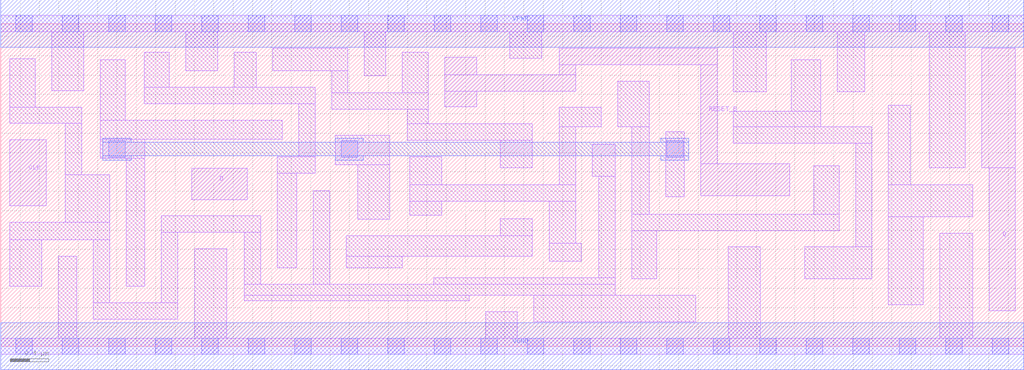
<source format=lef>
# Copyright 2020 The SkyWater PDK Authors
#
# Licensed under the Apache License, Version 2.0 (the "License");
# you may not use this file except in compliance with the License.
# You may obtain a copy of the License at
#
#     https://www.apache.org/licenses/LICENSE-2.0
#
# Unless required by applicable law or agreed to in writing, software
# distributed under the License is distributed on an "AS IS" BASIS,
# WITHOUT WARRANTIES OR CONDITIONS OF ANY KIND, either express or implied.
# See the License for the specific language governing permissions and
# limitations under the License.
#
# SPDX-License-Identifier: Apache-2.0

VERSION 5.7 ;
  NAMESCASESENSITIVE ON ;
  NOWIREEXTENSIONATPIN ON ;
  DIVIDERCHAR "/" ;
  BUSBITCHARS "[]" ;
UNITS
  DATABASE MICRONS 200 ;
END UNITS
MACRO sky130_fd_sc_lp__dfrtp_1
  CLASS CORE ;
  SOURCE USER ;
  FOREIGN sky130_fd_sc_lp__dfrtp_1 ;
  ORIGIN  0.000000  0.000000 ;
  SIZE  10.56000 BY  3.330000 ;
  SYMMETRY X Y R90 ;
  SITE unit ;
  PIN D
    ANTENNAGATEAREA  0.126000 ;
    DIRECTION INPUT ;
    USE SIGNAL ;
    PORT
      LAYER li1 ;
        RECT 1.970000 1.515000 2.545000 1.840000 ;
    END
  END D
  PIN Q
    ANTENNADIFFAREA  0.556500 ;
    DIRECTION OUTPUT ;
    USE SIGNAL ;
    PORT
      LAYER li1 ;
        RECT 10.130000 1.845000 10.475000 3.075000 ;
        RECT 10.205000 0.365000 10.475000 1.845000 ;
    END
  END Q
  PIN RESET_B
    ANTENNAGATEAREA  0.378000 ;
    DIRECTION INPUT ;
    USE SIGNAL ;
    PORT
      LAYER li1 ;
        RECT 4.585000 2.475000 4.915000 2.635000 ;
        RECT 4.585000 2.635000 5.935000 2.805000 ;
        RECT 4.585000 2.805000 4.915000 2.985000 ;
        RECT 5.765000 2.805000 5.935000 2.905000 ;
        RECT 5.765000 2.905000 7.395000 3.075000 ;
        RECT 7.225000 1.555000 8.145000 1.885000 ;
        RECT 7.225000 1.885000 7.395000 2.905000 ;
    END
  END RESET_B
  PIN CLK
    ANTENNAGATEAREA  0.159000 ;
    DIRECTION INPUT ;
    USE CLOCK ;
    PORT
      LAYER li1 ;
        RECT 0.095000 1.450000 0.470000 2.130000 ;
    END
  END CLK
  PIN VGND
    DIRECTION INOUT ;
    USE GROUND ;
    PORT
      LAYER met1 ;
        RECT 0.000000 -0.245000 10.560000 0.245000 ;
    END
  END VGND
  PIN VPWR
    DIRECTION INOUT ;
    USE POWER ;
    PORT
      LAYER met1 ;
        RECT 0.000000 3.085000 10.560000 3.575000 ;
    END
  END VPWR
  OBS
    LAYER li1 ;
      RECT 0.000000 -0.085000 10.560000 0.085000 ;
      RECT 0.000000  3.245000 10.560000 3.415000 ;
      RECT 0.095000  0.620000  0.425000 1.100000 ;
      RECT 0.095000  1.100000  1.125000 1.280000 ;
      RECT 0.095000  2.300000  0.835000 2.470000 ;
      RECT 0.095000  2.470000  0.355000 2.970000 ;
      RECT 0.525000  2.640000  0.855000 3.245000 ;
      RECT 0.595000  0.085000  0.785000 0.930000 ;
      RECT 0.665000  1.280000  1.125000 1.770000 ;
      RECT 0.665000  1.770000  0.835000 2.300000 ;
      RECT 0.955000  0.280000  1.825000 0.450000 ;
      RECT 0.955000  0.450000  1.125000 1.100000 ;
      RECT 1.025000  1.940000  1.485000 2.135000 ;
      RECT 1.025000  2.135000  2.905000 2.335000 ;
      RECT 1.025000  2.335000  1.285000 2.960000 ;
      RECT 1.295000  0.620000  1.485000 1.940000 ;
      RECT 1.480000  2.505000  3.245000 2.675000 ;
      RECT 1.480000  2.675000  1.740000 3.035000 ;
      RECT 1.655000  0.450000  1.825000 1.175000 ;
      RECT 1.655000  1.175000  2.685000 1.345000 ;
      RECT 1.910000  2.845000  2.240000 3.245000 ;
      RECT 2.005000  0.085000  2.335000 1.005000 ;
      RECT 2.410000  2.675000  2.640000 3.035000 ;
      RECT 2.515000  0.470000  4.835000 0.525000 ;
      RECT 2.515000  0.525000  6.345000 0.640000 ;
      RECT 2.515000  0.640000  2.685000 1.175000 ;
      RECT 2.810000  2.845000  3.585000 3.075000 ;
      RECT 2.855000  0.810000  3.055000 1.785000 ;
      RECT 2.855000  1.785000  3.245000 1.955000 ;
      RECT 3.075000  1.955000  3.245000 2.505000 ;
      RECT 3.225000  0.640000  3.395000 1.605000 ;
      RECT 3.415000  2.445000  4.415000 2.615000 ;
      RECT 3.415000  2.615000  3.585000 2.845000 ;
      RECT 3.455000  1.875000  4.015000 2.180000 ;
      RECT 3.565000  0.810000  4.145000 0.930000 ;
      RECT 3.565000  0.930000  5.485000 1.140000 ;
      RECT 3.685000  1.310000  4.015000 1.875000 ;
      RECT 3.755000  2.795000  3.975000 3.245000 ;
      RECT 4.145000  2.615000  4.415000 3.035000 ;
      RECT 4.195000  2.125000  5.485000 2.295000 ;
      RECT 4.195000  2.295000  4.415000 2.445000 ;
      RECT 4.225000  1.355000  4.555000 1.495000 ;
      RECT 4.225000  1.495000  5.935000 1.665000 ;
      RECT 4.225000  1.665000  4.555000 1.955000 ;
      RECT 4.470000  0.640000  6.345000 0.705000 ;
      RECT 5.005000  0.085000  5.335000 0.355000 ;
      RECT 5.155000  1.140000  5.485000 1.315000 ;
      RECT 5.155000  1.845000  5.485000 2.125000 ;
      RECT 5.255000  2.975000  5.585000 3.245000 ;
      RECT 5.505000  0.255000  7.175000 0.525000 ;
      RECT 5.665000  0.875000  5.995000 1.065000 ;
      RECT 5.665000  1.065000  5.935000 1.495000 ;
      RECT 5.765000  1.665000  5.935000 2.265000 ;
      RECT 5.765000  2.265000  6.200000 2.465000 ;
      RECT 6.105000  1.755000  6.345000 2.085000 ;
      RECT 6.175000  0.705000  6.345000 1.755000 ;
      RECT 6.370000  2.265000  6.695000 2.735000 ;
      RECT 6.515000  0.695000  6.775000 1.195000 ;
      RECT 6.515000  1.195000  8.655000 1.365000 ;
      RECT 6.515000  1.365000  6.695000 2.265000 ;
      RECT 6.865000  1.545000  7.055000 2.215000 ;
      RECT 7.510000  0.085000  7.840000 1.025000 ;
      RECT 7.565000  2.095000  8.995000 2.265000 ;
      RECT 7.565000  2.265000  8.465000 2.425000 ;
      RECT 7.565000  2.630000  7.905000 3.245000 ;
      RECT 8.160000  2.425000  8.465000 2.960000 ;
      RECT 8.300000  0.695000  8.995000 1.025000 ;
      RECT 8.395000  1.365000  8.655000 1.865000 ;
      RECT 8.635000  2.630000  8.920000 3.245000 ;
      RECT 8.825000  1.025000  8.995000 2.095000 ;
      RECT 9.165000  0.430000  9.525000 1.335000 ;
      RECT 9.165000  1.335000 10.035000 1.665000 ;
      RECT 9.165000  1.665000  9.390000 2.490000 ;
      RECT 9.585000  1.845000  9.960000 3.245000 ;
      RECT 9.695000  0.085000 10.035000 1.165000 ;
    LAYER mcon ;
      RECT  0.155000 -0.085000  0.325000 0.085000 ;
      RECT  0.155000  3.245000  0.325000 3.415000 ;
      RECT  0.635000 -0.085000  0.805000 0.085000 ;
      RECT  0.635000  3.245000  0.805000 3.415000 ;
      RECT  1.115000 -0.085000  1.285000 0.085000 ;
      RECT  1.115000  1.950000  1.285000 2.120000 ;
      RECT  1.115000  3.245000  1.285000 3.415000 ;
      RECT  1.595000 -0.085000  1.765000 0.085000 ;
      RECT  1.595000  3.245000  1.765000 3.415000 ;
      RECT  2.075000 -0.085000  2.245000 0.085000 ;
      RECT  2.075000  3.245000  2.245000 3.415000 ;
      RECT  2.555000 -0.085000  2.725000 0.085000 ;
      RECT  2.555000  3.245000  2.725000 3.415000 ;
      RECT  3.035000 -0.085000  3.205000 0.085000 ;
      RECT  3.035000  3.245000  3.205000 3.415000 ;
      RECT  3.515000 -0.085000  3.685000 0.085000 ;
      RECT  3.515000  1.950000  3.685000 2.120000 ;
      RECT  3.515000  3.245000  3.685000 3.415000 ;
      RECT  3.995000 -0.085000  4.165000 0.085000 ;
      RECT  3.995000  3.245000  4.165000 3.415000 ;
      RECT  4.475000 -0.085000  4.645000 0.085000 ;
      RECT  4.475000  3.245000  4.645000 3.415000 ;
      RECT  4.955000 -0.085000  5.125000 0.085000 ;
      RECT  4.955000  3.245000  5.125000 3.415000 ;
      RECT  5.435000 -0.085000  5.605000 0.085000 ;
      RECT  5.435000  3.245000  5.605000 3.415000 ;
      RECT  5.915000 -0.085000  6.085000 0.085000 ;
      RECT  5.915000  3.245000  6.085000 3.415000 ;
      RECT  6.395000 -0.085000  6.565000 0.085000 ;
      RECT  6.395000  3.245000  6.565000 3.415000 ;
      RECT  6.875000 -0.085000  7.045000 0.085000 ;
      RECT  6.875000  1.950000  7.045000 2.120000 ;
      RECT  6.875000  3.245000  7.045000 3.415000 ;
      RECT  7.355000 -0.085000  7.525000 0.085000 ;
      RECT  7.355000  3.245000  7.525000 3.415000 ;
      RECT  7.835000 -0.085000  8.005000 0.085000 ;
      RECT  7.835000  3.245000  8.005000 3.415000 ;
      RECT  8.315000 -0.085000  8.485000 0.085000 ;
      RECT  8.315000  3.245000  8.485000 3.415000 ;
      RECT  8.795000 -0.085000  8.965000 0.085000 ;
      RECT  8.795000  3.245000  8.965000 3.415000 ;
      RECT  9.275000 -0.085000  9.445000 0.085000 ;
      RECT  9.275000  3.245000  9.445000 3.415000 ;
      RECT  9.755000 -0.085000  9.925000 0.085000 ;
      RECT  9.755000  3.245000  9.925000 3.415000 ;
      RECT 10.235000 -0.085000 10.405000 0.085000 ;
      RECT 10.235000  3.245000 10.405000 3.415000 ;
    LAYER met1 ;
      RECT 1.055000 1.920000 1.345000 1.965000 ;
      RECT 1.055000 1.965000 7.105000 2.105000 ;
      RECT 1.055000 2.105000 1.345000 2.150000 ;
      RECT 3.455000 1.920000 3.745000 1.965000 ;
      RECT 3.455000 2.105000 3.745000 2.150000 ;
      RECT 6.815000 1.920000 7.105000 1.965000 ;
      RECT 6.815000 2.105000 7.105000 2.150000 ;
  END
END sky130_fd_sc_lp__dfrtp_1
END LIBRARY

</source>
